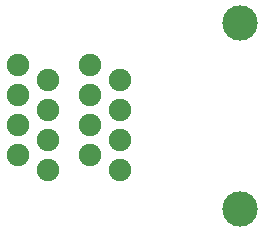
<source format=gts>
G04 #@! TF.FileFunction,Soldermask,Top*
%FSLAX46Y46*%
G04 Gerber Fmt 4.6, Leading zero omitted, Abs format (unit mm)*
G04 Created by KiCad (PCBNEW 4.0.7) date 04/08/19 09:55:11*
%MOMM*%
%LPD*%
G01*
G04 APERTURE LIST*
%ADD10C,0.100000*%
%ADD11C,1.900000*%
%ADD12C,3.000000*%
G04 APERTURE END LIST*
D10*
D11*
X101346000Y-153797000D03*
X101346000Y-156337000D03*
X101346000Y-158877000D03*
X101346000Y-161417000D03*
X98806000Y-152527000D03*
X98806000Y-155067000D03*
X98806000Y-157607000D03*
X98806000Y-160147000D03*
D12*
X111506000Y-164719000D03*
X111506000Y-148971000D03*
D11*
X95250000Y-153797000D03*
X95250000Y-156337000D03*
X95250000Y-158877000D03*
X95250000Y-161417000D03*
X92710000Y-152527000D03*
X92710000Y-155067000D03*
X92710000Y-157607000D03*
X92710000Y-160147000D03*
M02*

</source>
